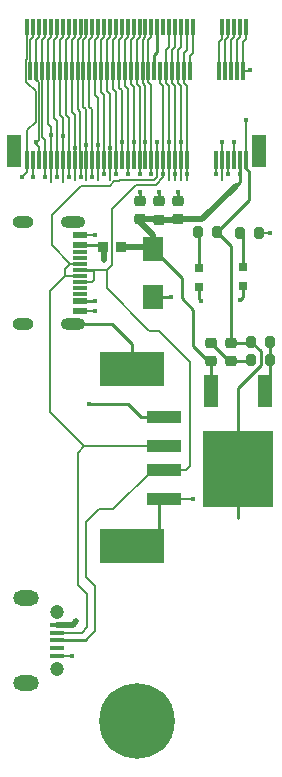
<source format=gbr>
%TF.GenerationSoftware,KiCad,Pcbnew,7.0.5*%
%TF.CreationDate,2023-08-28T16:59:48-05:00*%
%TF.ProjectId,Chimera_0002_thea,4368696d-6572-4615-9f30-3030325f7468,rev?*%
%TF.SameCoordinates,Original*%
%TF.FileFunction,Copper,L1,Top*%
%TF.FilePolarity,Positive*%
%FSLAX46Y46*%
G04 Gerber Fmt 4.6, Leading zero omitted, Abs format (unit mm)*
G04 Created by KiCad (PCBNEW 7.0.5) date 2023-08-28 16:59:48*
%MOMM*%
%LPD*%
G01*
G04 APERTURE LIST*
G04 Aperture macros list*
%AMRoundRect*
0 Rectangle with rounded corners*
0 $1 Rounding radius*
0 $2 $3 $4 $5 $6 $7 $8 $9 X,Y pos of 4 corners*
0 Add a 4 corners polygon primitive as box body*
4,1,4,$2,$3,$4,$5,$6,$7,$8,$9,$2,$3,0*
0 Add four circle primitives for the rounded corners*
1,1,$1+$1,$2,$3*
1,1,$1+$1,$4,$5*
1,1,$1+$1,$6,$7*
1,1,$1+$1,$8,$9*
0 Add four rect primitives between the rounded corners*
20,1,$1+$1,$2,$3,$4,$5,0*
20,1,$1+$1,$4,$5,$6,$7,0*
20,1,$1+$1,$6,$7,$8,$9,0*
20,1,$1+$1,$8,$9,$2,$3,0*%
G04 Aperture macros list end*
%TA.AperFunction,ComponentPad*%
%ADD10C,3.600000*%
%TD*%
%TA.AperFunction,ConnectorPad*%
%ADD11C,6.400000*%
%TD*%
%TA.AperFunction,SMDPad,CuDef*%
%ADD12R,1.800000X2.000000*%
%TD*%
%TA.AperFunction,SMDPad,CuDef*%
%ADD13RoundRect,0.225000X-0.250000X0.225000X-0.250000X-0.225000X0.250000X-0.225000X0.250000X0.225000X0*%
%TD*%
%TA.AperFunction,SMDPad,CuDef*%
%ADD14RoundRect,0.200000X0.200000X0.275000X-0.200000X0.275000X-0.200000X-0.275000X0.200000X-0.275000X0*%
%TD*%
%TA.AperFunction,SMDPad,CuDef*%
%ADD15R,0.350000X1.450000*%
%TD*%
%TA.AperFunction,SMDPad,CuDef*%
%ADD16R,0.300000X1.550013*%
%TD*%
%TA.AperFunction,SMDPad,CuDef*%
%ADD17R,0.300000X1.524003*%
%TD*%
%TA.AperFunction,SMDPad,CuDef*%
%ADD18R,1.300000X2.800000*%
%TD*%
%TA.AperFunction,SMDPad,CuDef*%
%ADD19RoundRect,0.225000X0.250000X-0.225000X0.250000X0.225000X-0.250000X0.225000X-0.250000X-0.225000X0*%
%TD*%
%TA.AperFunction,SMDPad,CuDef*%
%ADD20R,3.000000X1.000000*%
%TD*%
%TA.AperFunction,SMDPad,CuDef*%
%ADD21R,5.499873X3.000000*%
%TD*%
%TA.AperFunction,SMDPad,CuDef*%
%ADD22R,1.250013X0.400000*%
%TD*%
%TA.AperFunction,ComponentPad*%
%ADD23C,1.200000*%
%TD*%
%TA.AperFunction,ComponentPad*%
%ADD24O,2.200000X1.300000*%
%TD*%
%TA.AperFunction,SMDPad,CuDef*%
%ADD25R,6.000000X6.500025*%
%TD*%
%TA.AperFunction,SMDPad,CuDef*%
%ADD26R,0.806477X0.864008*%
%TD*%
%TA.AperFunction,SMDPad,CuDef*%
%ADD27R,0.800000X0.800000*%
%TD*%
%TA.AperFunction,ComponentPad*%
%ADD28O,2.100000X1.000000*%
%TD*%
%TA.AperFunction,ComponentPad*%
%ADD29O,1.800000X1.000000*%
%TD*%
%TA.AperFunction,SMDPad,CuDef*%
%ADD30R,1.240005X0.600000*%
%TD*%
%TA.AperFunction,SMDPad,CuDef*%
%ADD31R,1.240005X0.300000*%
%TD*%
%TA.AperFunction,ViaPad*%
%ADD32C,0.450000*%
%TD*%
%TA.AperFunction,ViaPad*%
%ADD33C,0.330000*%
%TD*%
%TA.AperFunction,ViaPad*%
%ADD34C,0.400000*%
%TD*%
%TA.AperFunction,Conductor*%
%ADD35C,0.127000*%
%TD*%
%TA.AperFunction,Conductor*%
%ADD36C,0.254000*%
%TD*%
%TA.AperFunction,Conductor*%
%ADD37C,0.200000*%
%TD*%
%TA.AperFunction,Conductor*%
%ADD38C,0.500000*%
%TD*%
G04 APERTURE END LIST*
D10*
%TO.P,H1,1*%
%TO.N,N/C*%
X112500000Y-149900000D03*
D11*
X112500000Y-149900000D03*
%TD*%
D12*
%TO.P,U3,1,K*%
%TO.N,GND*%
X113899975Y-114000102D03*
%TO.P,U3,2,A*%
%TO.N,+5V*%
X113899975Y-110000102D03*
%TD*%
D13*
%TO.P,C3,1*%
%TO.N,GND*%
X116000000Y-105900000D03*
%TO.P,C3,2*%
%TO.N,+5V*%
X116000000Y-107450000D03*
%TD*%
D14*
%TO.P,R3,1*%
%TO.N,Net-(Q1-ADJ)*%
X123825000Y-119400000D03*
%TO.P,R3,2*%
%TO.N,Net-(C4-Pad1)*%
X122175000Y-119400000D03*
%TD*%
D13*
%TO.P,C4,1*%
%TO.N,Net-(C4-Pad1)*%
X118800000Y-117925000D03*
%TO.P,C4,2*%
%TO.N,+5V*%
X118800000Y-119475000D03*
%TD*%
D15*
%TO.P,U2,1,1*%
%TO.N,GND*%
X103250000Y-91175000D03*
%TO.P,U2,3,1*%
%TO.N,Net-(CN1-1-Pad74)*%
X103750000Y-91175000D03*
%TO.P,U2,5,1*%
%TO.N,Net-(CN1-1-Pad71)*%
X104250000Y-91175000D03*
%TO.P,U2,7,1*%
%TO.N,Net-(CN1-1-Pad69)*%
X104750000Y-91175000D03*
%TO.P,U2,9,1*%
%TO.N,Net-(CN1-1-Pad67)*%
X105250000Y-91175000D03*
%TO.P,U2,11,1*%
%TO.N,Net-(CN1-1-Pad66)*%
X105750000Y-91175000D03*
%TO.P,U2,13,13*%
%TO.N,Net-(CN1-20-Pad63)*%
X106250000Y-91175000D03*
%TO.P,U2,15,15*%
%TO.N,Net-(CN1-20-Pad61)*%
X106750000Y-91175000D03*
%TO.P,U2,17,17*%
%TO.N,Net-(CN1-20-Pad59)*%
X107250000Y-91175000D03*
%TO.P,U2,19,19*%
%TO.N,Net-(CN1-20-Pad57)*%
X107750000Y-91175000D03*
%TO.P,U2,21,20*%
%TO.N,Net-(CN1-20-Pad55)*%
X108250000Y-91175000D03*
%TO.P,U2,23,20*%
%TO.N,Net-(CN1-20-Pad53)*%
X108750000Y-91175000D03*
%TO.P,U2,25,20*%
%TO.N,Net-(CN1-20-Pad51)*%
X109250000Y-91175000D03*
%TO.P,U2,27,20*%
%TO.N,Net-(CN1-20-Pad49)*%
X109750000Y-91175000D03*
%TO.P,U2,29,20*%
%TO.N,Net-(CN1-20-Pad47)*%
X110250000Y-91175000D03*
%TO.P,U2,31,20*%
%TO.N,Net-(CN1-20-Pad45)*%
X110750000Y-91175000D03*
%TO.P,U2,33,20*%
%TO.N,Net-(CN1-20-Pad43)*%
X111250000Y-91175000D03*
%TO.P,U2,35,20*%
%TO.N,Net-(CN1-20-Pad41)*%
X111750000Y-91175000D03*
%TO.P,U2,37,20*%
%TO.N,Net-(CN1-20-Pad39)*%
X112250000Y-91175000D03*
%TO.P,U2,39,20*%
%TO.N,Net-(CN1-20-Pad37)*%
X112750000Y-91175000D03*
%TO.P,U2,41,20*%
%TO.N,Net-(CN1-20-Pad35)*%
X113250000Y-91175000D03*
%TO.P,U2,43,20*%
%TO.N,Net-(CN1-20-Pad33)*%
X113750000Y-91175000D03*
%TO.P,U2,45,20*%
%TO.N,Net-(CN1-20-Pad32)*%
X114250000Y-91175000D03*
%TO.P,U2,47,20*%
%TO.N,Net-(CN1-20-Pad30)*%
X114750000Y-91175000D03*
%TO.P,U2,49,20*%
%TO.N,Net-(CN1-20-Pad27)*%
X115250000Y-91175000D03*
%TO.P,U2,51,20*%
%TO.N,Net-(CN1-20-Pad25)*%
X115750000Y-91175000D03*
%TO.P,U2,53,20*%
%TO.N,Net-(CN1-20-Pad23)*%
X116250000Y-91175000D03*
%TO.P,U2,55,20*%
%TO.N,Net-(CN1-20-Pad21)*%
X116750000Y-91175000D03*
%TO.P,U2,57,20*%
%TO.N,Net-(CN1-Pad20)*%
X117250000Y-91175000D03*
%TO.P,U2,67,1*%
%TO.N,Net-(CN1-1-Pad10)*%
X119750000Y-91175000D03*
%TO.P,U2,69,1*%
%TO.N,Net-(CN1-1-Pad8)*%
X120250000Y-91175000D03*
%TO.P,U2,71,1*%
%TO.N,Net-(CN1-1-Pad6)*%
X120750000Y-91175000D03*
%TO.P,U2,73,1*%
%TO.N,Net-(CN1-1-Pad4)*%
X121250000Y-91175000D03*
%TO.P,U2,75,1*%
%TO.N,GND*%
X121750000Y-91175000D03*
%TD*%
D14*
%TO.P,R4,1*%
%TO.N,Net-(Q1-ADJ)*%
X123825000Y-117800000D03*
%TO.P,R4,2*%
%TO.N,+3V3*%
X122175000Y-117800000D03*
%TD*%
D16*
%TO.P,CN1,1,1*%
%TO.N,+3V3*%
X121749872Y-102400000D03*
%TO.P,CN1,2,1*%
%TO.N,GND*%
X121499936Y-94850088D03*
%TO.P,CN1,3,1*%
%TO.N,+5V*%
X121250000Y-102400000D03*
%TO.P,CN1,4,1*%
%TO.N,Net-(CN1-1-Pad4)*%
X120999809Y-94850088D03*
%TO.P,CN1,5,1*%
%TO.N,Net-(CN1-1-Pad5)*%
X120749872Y-102400000D03*
%TO.P,CN1,6,1*%
%TO.N,Net-(CN1-1-Pad6)*%
X120499936Y-94850088D03*
%TO.P,CN1,7,1*%
%TO.N,Net-(CN1-1-Pad7)*%
X120250000Y-102400000D03*
%TO.P,CN1,8,1*%
%TO.N,Net-(CN1-1-Pad8)*%
X119999809Y-94850088D03*
%TO.P,CN1,9,1*%
%TO.N,Net-(CN1-1-Pad9)*%
X119749872Y-102400000D03*
%TO.P,CN1,10,1*%
%TO.N,Net-(CN1-1-Pad10)*%
X119499936Y-94850088D03*
%TO.P,CN1,11,1*%
%TO.N,Net-(CN1-1-Pad11)*%
X119250000Y-102400000D03*
%TO.P,CN1,20,20*%
%TO.N,Net-(CN1-Pad20)*%
X116999809Y-94850088D03*
%TO.P,CN1,21,20*%
%TO.N,Net-(CN1-20-Pad21)*%
X116749872Y-102400000D03*
%TO.P,CN1,22,20*%
X116499936Y-94850088D03*
%TO.P,CN1,23,20*%
%TO.N,Net-(CN1-20-Pad23)*%
X116250000Y-102400000D03*
%TO.P,CN1,24,20*%
X115999809Y-94850088D03*
%TO.P,CN1,25,20*%
%TO.N,Net-(CN1-20-Pad25)*%
X115749872Y-102400000D03*
%TO.P,CN1,26,20*%
X115499936Y-94850088D03*
%TO.P,CN1,27,20*%
%TO.N,Net-(CN1-20-Pad27)*%
X115250000Y-102400000D03*
%TO.P,CN1,28,20*%
X114999809Y-94850088D03*
%TO.P,CN1,29,20*%
%TO.N,USB+*%
X114749872Y-102400000D03*
%TO.P,CN1,30,20*%
%TO.N,Net-(CN1-20-Pad30)*%
X114499936Y-94850088D03*
%TO.P,CN1,31,20*%
%TO.N,USB-*%
X114250000Y-102400000D03*
%TO.P,CN1,32,20*%
%TO.N,Net-(CN1-20-Pad32)*%
X113999809Y-94850088D03*
%TO.P,CN1,33,20*%
%TO.N,Net-(CN1-20-Pad33)*%
X113749872Y-102400000D03*
%TO.P,CN1,34,20*%
X113499936Y-94850088D03*
%TO.P,CN1,35,20*%
%TO.N,Net-(CN1-20-Pad35)*%
X113250000Y-102400000D03*
%TO.P,CN1,36,20*%
X112999809Y-94850088D03*
%TO.P,CN1,37,20*%
%TO.N,Net-(CN1-20-Pad37)*%
X112749872Y-102400000D03*
%TO.P,CN1,38,20*%
X112499936Y-94850088D03*
%TO.P,CN1,39,20*%
%TO.N,Net-(CN1-20-Pad39)*%
X112250000Y-102400000D03*
%TO.P,CN1,40,20*%
X111999809Y-94850088D03*
%TO.P,CN1,41,20*%
%TO.N,Net-(CN1-20-Pad41)*%
X111749872Y-102400000D03*
%TO.P,CN1,42,20*%
X111499936Y-94850342D03*
%TO.P,CN1,43,20*%
%TO.N,Net-(CN1-20-Pad43)*%
X111250000Y-102400000D03*
%TO.P,CN1,44,20*%
X110999809Y-94850342D03*
%TO.P,CN1,45,20*%
%TO.N,Net-(CN1-20-Pad45)*%
X110749872Y-102400000D03*
%TO.P,CN1,46,20*%
X110499936Y-94850342D03*
%TO.P,CN1,47,20*%
%TO.N,Net-(CN1-20-Pad47)*%
X110250000Y-102400000D03*
%TO.P,CN1,48,20*%
X109999809Y-94850342D03*
%TO.P,CN1,49,20*%
%TO.N,Net-(CN1-20-Pad49)*%
X109749872Y-102400000D03*
%TO.P,CN1,50,20*%
X109499936Y-94850342D03*
%TO.P,CN1,51,20*%
%TO.N,Net-(CN1-20-Pad51)*%
X109250000Y-102400000D03*
%TO.P,CN1,52,20*%
X108999809Y-94850342D03*
%TO.P,CN1,53,20*%
%TO.N,Net-(CN1-20-Pad53)*%
X108749872Y-102400000D03*
%TO.P,CN1,54,20*%
X108499936Y-94850342D03*
%TO.P,CN1,55,20*%
%TO.N,Net-(CN1-20-Pad55)*%
X108250000Y-102400000D03*
%TO.P,CN1,56,20*%
X107999809Y-94850342D03*
%TO.P,CN1,57,20*%
%TO.N,Net-(CN1-20-Pad57)*%
X107749872Y-102400000D03*
%TO.P,CN1,58,20*%
X107499936Y-94850342D03*
D17*
%TO.P,CN1,59,20*%
%TO.N,Net-(CN1-20-Pad59)*%
X107250000Y-102400254D03*
%TO.P,CN1,60,20*%
X106999809Y-94850342D03*
%TO.P,CN1,61,20*%
%TO.N,Net-(CN1-20-Pad61)*%
X106749872Y-102400254D03*
%TO.P,CN1,62,20*%
X106499936Y-94850342D03*
%TO.P,CN1,63,20*%
%TO.N,Net-(CN1-20-Pad63)*%
X106250000Y-102400254D03*
%TO.P,CN1,64,20*%
X105999809Y-94850342D03*
%TO.P,CN1,65,20*%
%TO.N,Net-(CN1-1-Pad66)*%
X105749872Y-102400254D03*
%TO.P,CN1,66,1*%
X105499936Y-94850342D03*
D16*
%TO.P,CN1,67,1*%
%TO.N,Net-(CN1-1-Pad67)*%
X105250000Y-102400000D03*
%TO.P,CN1,68,1*%
X104999809Y-94850342D03*
%TO.P,CN1,69,1*%
%TO.N,Net-(CN1-1-Pad69)*%
X104749872Y-102400000D03*
%TO.P,CN1,70,1*%
X104499936Y-94850342D03*
%TO.P,CN1,71,1*%
%TO.N,Net-(CN1-1-Pad71)*%
X104250000Y-102400000D03*
%TO.P,CN1,72,1*%
X103999809Y-94850342D03*
%TO.P,CN1,73,1*%
%TO.N,Net-(CN1-1-Pad73)*%
X103749872Y-102400000D03*
%TO.P,CN1,74,1*%
%TO.N,Net-(CN1-1-Pad74)*%
X103499936Y-94850342D03*
%TO.P,CN1,75,1*%
%TO.N,GND*%
X103250000Y-102400000D03*
D18*
%TO.P,CN1,76*%
%TO.N,N/C*%
X102149923Y-101675082D03*
%TO.P,CN1,77*%
X122849949Y-101675082D03*
%TD*%
D14*
%TO.P,R1,1*%
%TO.N,+3V3*%
X119325000Y-108500000D03*
%TO.P,R1,2*%
%TO.N,Net-(LED2-+)*%
X117675000Y-108500000D03*
%TD*%
%TO.P,R2,1*%
%TO.N,+5V*%
X122900000Y-108650000D03*
%TO.P,R2,2*%
%TO.N,Net-(LED1-+)*%
X121250000Y-108650000D03*
%TD*%
D19*
%TO.P,C5,1*%
%TO.N,Net-(C4-Pad1)*%
X120500000Y-119475000D03*
%TO.P,C5,2*%
%TO.N,+3V3*%
X120500000Y-117925000D03*
%TD*%
D20*
%TO.P,USB2,1,GND*%
%TO.N,GND*%
X114844933Y-131150000D03*
%TO.P,USB2,2,D+*%
%TO.N,USB+*%
X114844933Y-128649873D03*
%TO.P,USB2,3,D-*%
%TO.N,USB-*%
X114844933Y-126649873D03*
%TO.P,USB2,4,VCC*%
%TO.N,VBUS*%
X114844933Y-124150000D03*
D21*
%TO.P,USB2,5,5*%
%TO.N,GND*%
X112145161Y-120149492D03*
%TO.P,USB2,6,6*%
X112145161Y-135150508D03*
%TD*%
D22*
%TO.P,USB1,1,V+*%
%TO.N,VBUS*%
X105749733Y-141800076D03*
%TO.P,USB1,2,D-*%
%TO.N,USB-*%
X105749733Y-142450064D03*
%TO.P,USB1,3,D+*%
%TO.N,USB+*%
X105749733Y-143100051D03*
%TO.P,USB1,4,ID*%
%TO.N,unconnected-(USB1-ID-Pad4)*%
X105749733Y-143750038D03*
%TO.P,USB1,5,V-*%
%TO.N,GND*%
X105749733Y-144400026D03*
D23*
%TO.P,USB1,SH0,MTN*%
X105749987Y-140675108D03*
D24*
%TO.P,USB1,SH1*%
X103100000Y-139500102D03*
%TO.P,USB1,SH2,2*%
X103100000Y-146700000D03*
D23*
%TO.P,USB1,SH3,SH3*%
X105749987Y-145524994D03*
%TD*%
D18*
%TO.P,Q1,1,ADJ*%
%TO.N,Net-(Q1-ADJ)*%
X123372797Y-122008026D03*
D25*
%TO.P,Q1,2,OUTPUT*%
%TO.N,+3V3*%
X121100000Y-128591974D03*
D18*
%TO.P,Q1,3,INPUT*%
%TO.N,+5V*%
X118827203Y-122008026D03*
%TD*%
D26*
%TO.P,F1,1,1*%
%TO.N,VBUS*%
X109646634Y-109800000D03*
%TO.P,F1,2,2*%
%TO.N,+5V*%
X111153366Y-109800000D03*
%TD*%
D13*
%TO.P,C2,1*%
%TO.N,GND*%
X114400000Y-105925000D03*
%TO.P,C2,2*%
%TO.N,+5V*%
X114400000Y-107475000D03*
%TD*%
%TO.P,C1,1*%
%TO.N,GND*%
X112800000Y-105900000D03*
%TO.P,C1,2*%
%TO.N,+5V*%
X112800000Y-107450000D03*
%TD*%
D27*
%TO.P,LED1,1,-*%
%TO.N,GND*%
X121503429Y-113098934D03*
%TO.P,LED1,2,+*%
%TO.N,Net-(LED1-+)*%
X121496571Y-111500000D03*
%TD*%
D28*
%TO.P,U1,1,SHELL*%
%TO.N,GND*%
X107098534Y-107679960D03*
%TO.P,U1,2,SHELL*%
X107098534Y-116320041D03*
D29*
%TO.P,U1,3,SHELL*%
X102918448Y-116320041D03*
%TO.P,U1,4,SHELL*%
X102918448Y-107679960D03*
D30*
%TO.P,U1,A1B12,GND*%
X107718549Y-108800102D03*
%TO.P,U1,A4B9,VBUS*%
%TO.N,VBUS*%
X107718549Y-109599950D03*
D31*
%TO.P,U1,A5,CC1*%
%TO.N,unconnected-(U1-CC1-PadA5)*%
X107718549Y-110750064D03*
%TO.P,U1,A6,DP1*%
%TO.N,USB+*%
X107718549Y-111750064D03*
%TO.P,U1,A7,DN1*%
%TO.N,USB-*%
X107718549Y-112249937D03*
%TO.P,U1,A8,SBU1*%
%TO.N,unconnected-(U1-SBU1-PadA8)*%
X107718549Y-113249937D03*
D30*
%TO.P,U1,B1A12,GND*%
%TO.N,GND*%
X107718549Y-115199899D03*
%TO.P,U1,B4A9,VBUS*%
%TO.N,VBUS*%
X107718549Y-114400051D03*
D31*
%TO.P,U1,B5,CC2*%
%TO.N,unconnected-(U1-CC2-PadB5)*%
X107718549Y-113750064D03*
%TO.P,U1,B6,DP2*%
%TO.N,USB+*%
X107718549Y-112750064D03*
%TO.P,U1,B7,DN2*%
%TO.N,USB-*%
X107718549Y-111249937D03*
%TO.P,U1,B8,SBU2*%
%TO.N,unconnected-(U1-SBU2-PadB8)*%
X107718549Y-110249937D03*
%TD*%
D27*
%TO.P,LED2,1,-*%
%TO.N,GND*%
X117803429Y-113198934D03*
%TO.P,LED2,2,+*%
%TO.N,Net-(LED2-+)*%
X117796571Y-111600000D03*
%TD*%
D32*
%TO.N,Net-(CN1-1-Pad11)*%
X119250000Y-103650000D03*
%TO.N,Net-(CN1-20-Pad21)*%
X116750000Y-103650000D03*
%TO.N,Net-(CN1-20-Pad23)*%
X116250000Y-100900000D03*
%TO.N,Net-(CN1-20-Pad25)*%
X115750000Y-103650000D03*
%TO.N,Net-(CN1-20-Pad27)*%
X115250000Y-100900000D03*
%TO.N,Net-(CN1-1-Pad66)*%
X105750000Y-103900000D03*
%TO.N,Net-(CN1-20-Pad33)*%
X113750000Y-103650000D03*
%TO.N,Net-(CN1-20-Pad35)*%
X113250000Y-100900000D03*
%TO.N,Net-(CN1-20-Pad37)*%
X112750000Y-103650000D03*
%TO.N,Net-(CN1-1-Pad5)*%
X120749872Y-100900000D03*
%TO.N,Net-(CN1-20-Pad39)*%
X112250000Y-100900000D03*
%TO.N,Net-(CN1-1-Pad69)*%
X104750000Y-103900000D03*
%TO.N,Net-(CN1-1-Pad71)*%
X104000000Y-100900000D03*
%TO.N,Net-(CN1-1-Pad73)*%
X103750000Y-103900000D03*
%TO.N,Net-(CN1-20-Pad41)*%
X111750000Y-103650000D03*
D33*
%TO.N,+3V3*%
X120500000Y-116600000D03*
X121100000Y-132700000D03*
D34*
X121749872Y-99000000D03*
D32*
%TO.N,Net-(CN1-20-Pad43)*%
X111250000Y-100900000D03*
%TO.N,Net-(CN1-20-Pad45)*%
X110750000Y-103650000D03*
%TO.N,Net-(CN1-20-Pad47)*%
X110250000Y-101400000D03*
%TO.N,Net-(CN1-20-Pad49)*%
X109750000Y-103650000D03*
%TO.N,Net-(CN1-20-Pad51)*%
X109250000Y-101150000D03*
%TO.N,Net-(CN1-20-Pad53)*%
X108750000Y-103900000D03*
%TO.N,Net-(CN1-20-Pad55)*%
X108250000Y-101150000D03*
%TO.N,Net-(CN1-20-Pad57)*%
X107750000Y-103900000D03*
%TO.N,Net-(CN1-20-Pad59)*%
X107250000Y-101400000D03*
%TO.N,Net-(CN1-20-Pad61)*%
X106750000Y-103900000D03*
%TO.N,Net-(CN1-1-Pad67)*%
X105250000Y-100339395D03*
%TO.N,Net-(CN1-1-Pad7)*%
X120250000Y-103650000D03*
%TO.N,Net-(CN1-20-Pad63)*%
X106250000Y-100400000D03*
%TO.N,Net-(CN1-1-Pad9)*%
X119749872Y-100900000D03*
%TO.N,GND*%
X117925000Y-114350000D03*
X102800000Y-103900000D03*
X122100000Y-94800000D03*
X121250000Y-114250000D03*
X107000000Y-144400000D03*
X114400000Y-105100000D03*
X117300000Y-131100000D03*
X116000000Y-105100000D03*
X109000000Y-108750000D03*
X112800000Y-105100000D03*
X115400000Y-114000000D03*
X109000000Y-115250000D03*
%TO.N,USB+*%
X114750000Y-103650000D03*
%TO.N,USB-*%
X114250000Y-100900000D03*
%TO.N,+5V*%
X121250000Y-103650000D03*
X123750000Y-108650000D03*
%TO.N,VBUS*%
X109000000Y-114400000D03*
X108500000Y-123100000D03*
X109700000Y-110900000D03*
X107400000Y-141500000D03*
%TD*%
D35*
%TO.N,Net-(CN1-1-Pad11)*%
X119250000Y-103650000D02*
X119250000Y-102400000D01*
%TO.N,Net-(CN1-20-Pad21)*%
X116750000Y-103650000D02*
X116750000Y-102400128D01*
X116750000Y-96150000D02*
X116749872Y-96150128D01*
X116750000Y-102400128D02*
X116749872Y-102400000D01*
X116749872Y-96150128D02*
X116749872Y-102400000D01*
X116499936Y-94850088D02*
X116499936Y-95899936D01*
X116499936Y-95899936D02*
X116750000Y-96150000D01*
X116750000Y-103650000D02*
X116750000Y-104150000D01*
X116750000Y-93150000D02*
X116499936Y-93400064D01*
X116499936Y-93400064D02*
X116499936Y-94850088D01*
X116750000Y-91175000D02*
X116750000Y-93150000D01*
%TO.N,Net-(CN1-20-Pad23)*%
X115999809Y-93150191D02*
X115999809Y-94850088D01*
X116250000Y-96150000D02*
X116250000Y-100900000D01*
X116250000Y-92900000D02*
X115999809Y-93150191D01*
X115999809Y-95899809D02*
X116250000Y-96150000D01*
X116250000Y-91175000D02*
X116250000Y-92900000D01*
X115999809Y-94850088D02*
X115999809Y-95899809D01*
X116250000Y-100900000D02*
X116250000Y-102400000D01*
X116250000Y-102400000D02*
X116250000Y-104150000D01*
%TO.N,Net-(CN1-1-Pad10)*%
X119750000Y-92150000D02*
X119499936Y-92400064D01*
X119750000Y-92150000D02*
X119750000Y-91175000D01*
X119499936Y-92400064D02*
X119499936Y-94850088D01*
%TO.N,Net-(CN1-20-Pad25)*%
X115750000Y-92900000D02*
X115499936Y-93150064D01*
X115749872Y-96124872D02*
X115749872Y-102400000D01*
X115750000Y-103650000D02*
X115750000Y-102400128D01*
X115499936Y-95874936D02*
X115749872Y-96124872D01*
X115750000Y-103650000D02*
X115750000Y-104150000D01*
X115499936Y-93150064D02*
X115499936Y-94850088D01*
X115499936Y-94850088D02*
X115499936Y-95874936D01*
X115750000Y-102400128D02*
X115749872Y-102400000D01*
X115750000Y-91175000D02*
X115750000Y-92900000D01*
%TO.N,Net-(CN1-20-Pad27)*%
X115250000Y-91175000D02*
X115250000Y-92900000D01*
X115250000Y-92900000D02*
X114999809Y-93150191D01*
X115250000Y-96150000D02*
X114999809Y-95899809D01*
X114999809Y-93150191D02*
X114999809Y-94850088D01*
X115250000Y-102400000D02*
X115250000Y-104150000D01*
X114999809Y-95899809D02*
X114999809Y-94850088D01*
X115250000Y-100900000D02*
X115250000Y-96150000D01*
X115250000Y-102400000D02*
X115250000Y-100900000D01*
%TO.N,Net-(CN1-1-Pad66)*%
X105750000Y-103900000D02*
X105749872Y-103899872D01*
X105749872Y-102400254D02*
X105749872Y-99149872D01*
X105499936Y-92277064D02*
X105499936Y-94850342D01*
X105749872Y-103899872D02*
X105749872Y-102400254D01*
X105499936Y-96154127D02*
X105499936Y-94850342D01*
X105749872Y-99149872D02*
X105500000Y-98900000D01*
X105500000Y-98900000D02*
X105500000Y-96154191D01*
X105500000Y-96154191D02*
X105499936Y-96154127D01*
X105750000Y-91175000D02*
X105750000Y-92027000D01*
X105750000Y-92027000D02*
X105499936Y-92277064D01*
%TO.N,Net-(CN1-20-Pad33)*%
X113750000Y-91175000D02*
X113750000Y-92027000D01*
X113750000Y-102400128D02*
X113749872Y-102400000D01*
X113749872Y-96100192D02*
X113749872Y-102400000D01*
X113750000Y-96100064D02*
X113749872Y-96100192D01*
X113750000Y-92027000D02*
X113499936Y-92277064D01*
X113499936Y-94850088D02*
X113499936Y-95850000D01*
X113750000Y-103650000D02*
X113750000Y-102400128D01*
X113499936Y-92277064D02*
X113499936Y-94850088D01*
X113499936Y-95850000D02*
X113750000Y-96100064D01*
%TO.N,Net-(CN1-20-Pad35)*%
X113250000Y-100900000D02*
X113250000Y-96175191D01*
X112999809Y-92277191D02*
X112999809Y-94850088D01*
X113250000Y-96175191D02*
X112999809Y-95925000D01*
X112999809Y-95925000D02*
X112999809Y-94850088D01*
X113250000Y-91175000D02*
X113250000Y-92027000D01*
X113250000Y-100900000D02*
X113250000Y-102400000D01*
X113250000Y-92027000D02*
X112999809Y-92277191D01*
%TO.N,Net-(CN1-20-Pad37)*%
X112750000Y-92027000D02*
X112499936Y-92277064D01*
X112749872Y-102400000D02*
X112749872Y-96249872D01*
X112499936Y-95999936D02*
X112499936Y-94850088D01*
X112750000Y-102400128D02*
X112749872Y-102400000D01*
X112749872Y-96249872D02*
X112499936Y-95999936D01*
X112750000Y-91175000D02*
X112750000Y-92027000D01*
X112750000Y-103650000D02*
X112750000Y-102400128D01*
X112499936Y-92277064D02*
X112499936Y-94850088D01*
%TO.N,Net-(CN1-1-Pad5)*%
X120749872Y-100900000D02*
X120749872Y-102400000D01*
%TO.N,Net-(CN1-20-Pad39)*%
X111999809Y-92277191D02*
X111999809Y-94850088D01*
X112250000Y-92027000D02*
X111999809Y-92277191D01*
X112250000Y-91175000D02*
X112250000Y-92027000D01*
X112250000Y-96259592D02*
X111999809Y-96009401D01*
X112250000Y-100900000D02*
X112250000Y-102400000D01*
X112250000Y-100900000D02*
X112250000Y-96259592D01*
X111999809Y-94850088D02*
X111999809Y-96009401D01*
%TO.N,Net-(CN1-1-Pad69)*%
X104499936Y-100448997D02*
X104749872Y-100698933D01*
X104499936Y-92277064D02*
X104499936Y-94850342D01*
X104499936Y-94850342D02*
X104499936Y-100448997D01*
X104750000Y-103900000D02*
X104749872Y-103899872D01*
X104750000Y-92027000D02*
X104499936Y-92277064D01*
X104749872Y-103899872D02*
X104749872Y-102400000D01*
X104750000Y-91175000D02*
X104750000Y-92027000D01*
X104749872Y-100698933D02*
X104749872Y-102400000D01*
%TO.N,Net-(CN1-1-Pad71)*%
X104200000Y-100700000D02*
X104200000Y-95856412D01*
X104000000Y-100900000D02*
X104000000Y-101107332D01*
X103999809Y-95656221D02*
X103999809Y-94850342D01*
X104250000Y-92027000D02*
X103999809Y-92277191D01*
X104250000Y-91175000D02*
X104250000Y-92027000D01*
X103999809Y-92277191D02*
X103999809Y-94850342D01*
X104250000Y-101357332D02*
X104250000Y-102400000D01*
X104000000Y-101107332D02*
X104250000Y-101357332D01*
X104200000Y-95856412D02*
X103999809Y-95656221D01*
X104000000Y-100900000D02*
X104200000Y-100700000D01*
%TO.N,Net-(CN1-1-Pad73)*%
X103750000Y-103900000D02*
X103749872Y-103899872D01*
X103749872Y-103899872D02*
X103749872Y-102400000D01*
%TO.N,Net-(CN1-20-Pad41)*%
X111750000Y-91175000D02*
X111750000Y-92027000D01*
X111750000Y-92027000D02*
X111499936Y-92277064D01*
X111749872Y-102400000D02*
X111749872Y-96400000D01*
X111499936Y-92277064D02*
X111499936Y-94850342D01*
X111499936Y-94850342D02*
X111499936Y-96150064D01*
X111749872Y-96400000D02*
X111499936Y-96150064D01*
X111750000Y-102400128D02*
X111749872Y-102400000D01*
X111750000Y-103650000D02*
X111750000Y-102400128D01*
D36*
%TO.N,+3V3*%
X122000000Y-103400000D02*
X122000000Y-105825000D01*
X120500000Y-109675000D02*
X119325000Y-108500000D01*
X121749872Y-102400000D02*
X121749872Y-103149872D01*
X121100000Y-121700000D02*
X123000000Y-119800000D01*
X122050000Y-117925000D02*
X122175000Y-117800000D01*
X121100000Y-128591974D02*
X121100000Y-121700000D01*
X121749872Y-103149872D02*
X122000000Y-103400000D01*
X123000000Y-118625000D02*
X122175000Y-117800000D01*
X123000000Y-119800000D02*
X123000000Y-118625000D01*
X120500000Y-117925000D02*
X120500000Y-116600000D01*
X122000000Y-105825000D02*
X119325000Y-108500000D01*
X120500000Y-117925000D02*
X122050000Y-117925000D01*
D35*
X121749872Y-99000000D02*
X121749872Y-102400000D01*
D36*
X120500000Y-116600000D02*
X120500000Y-109675000D01*
X121100000Y-128591974D02*
X121100000Y-132700000D01*
D35*
%TO.N,Net-(CN1-20-Pad43)*%
X111250000Y-92027000D02*
X110999809Y-92277191D01*
X110999809Y-92277191D02*
X110999809Y-94850342D01*
X111250000Y-100900000D02*
X111250000Y-96541172D01*
X111250000Y-96541172D02*
X110999809Y-96290981D01*
X111250000Y-91175000D02*
X111250000Y-92027000D01*
X111250000Y-100900000D02*
X111250000Y-102400000D01*
X110999809Y-94850342D02*
X110999809Y-96290981D01*
%TO.N,Net-(CN1-20-Pad45)*%
X110749872Y-96681580D02*
X110499936Y-96431644D01*
X110749872Y-102400000D02*
X110749872Y-103649872D01*
X110749872Y-102400000D02*
X110749872Y-96681580D01*
X110749872Y-103649872D02*
X110750000Y-103650000D01*
X110499936Y-94850342D02*
X110499936Y-96431644D01*
X110499936Y-92277064D02*
X110499936Y-94850342D01*
X110750000Y-91175000D02*
X110750000Y-92027000D01*
X110750000Y-92027000D02*
X110499936Y-92277064D01*
%TO.N,Net-(CN1-20-Pad47)*%
X110250000Y-91175000D02*
X110250000Y-92027000D01*
X110250000Y-92027000D02*
X109999809Y-92277191D01*
X109999809Y-92277191D02*
X109999809Y-94850342D01*
X110250000Y-96822752D02*
X109999809Y-96572561D01*
X110250000Y-102400000D02*
X110250000Y-101400000D01*
X110250000Y-104150000D02*
X110250000Y-102400000D01*
X110250000Y-101400000D02*
X110250000Y-96822752D01*
X109999809Y-94850342D02*
X109999809Y-96572561D01*
%TO.N,Net-(CN1-20-Pad49)*%
X109745809Y-96895937D02*
X109499936Y-96650064D01*
X109750000Y-103650000D02*
X109750000Y-102400128D01*
X109750000Y-102400128D02*
X109749872Y-102400000D01*
X109750000Y-91175000D02*
X109750000Y-92027000D01*
X109749872Y-102400000D02*
X109745809Y-102395937D01*
X109750000Y-92027000D02*
X109499936Y-92277064D01*
X109499936Y-92277064D02*
X109499936Y-94850342D01*
X109745809Y-102395937D02*
X109745809Y-96895937D01*
X109499936Y-94850342D02*
X109499936Y-96650064D01*
%TO.N,Net-(CN1-20-Pad51)*%
X109000000Y-96900000D02*
X109000000Y-96150000D01*
X109250000Y-101150000D02*
X109250000Y-97150000D01*
X109250000Y-92027000D02*
X108999809Y-92277191D01*
X108999809Y-96149809D02*
X109000000Y-96150000D01*
X108999809Y-92277191D02*
X108999809Y-94850342D01*
X109250000Y-102400000D02*
X109250000Y-104150000D01*
X109250000Y-97150000D02*
X109000000Y-96900000D01*
X109250000Y-91175000D02*
X109250000Y-92027000D01*
X109250000Y-101150000D02*
X109250000Y-102400000D01*
X108999809Y-94850342D02*
X108999809Y-96149809D01*
%TO.N,Net-(CN1-20-Pad53)*%
X108499936Y-92277064D02*
X108499936Y-94850342D01*
X108499936Y-97900064D02*
X108499936Y-94850342D01*
X108750000Y-92027000D02*
X108499936Y-92277064D01*
X108750000Y-103900000D02*
X108749872Y-103899872D01*
X108749872Y-103899872D02*
X108749872Y-102400000D01*
X108749872Y-102400000D02*
X108749872Y-98150000D01*
X108750000Y-91175000D02*
X108750000Y-92027000D01*
X108749872Y-98150000D02*
X108499936Y-97900064D01*
%TO.N,Net-(CN1-20-Pad55)*%
X107999809Y-92277191D02*
X107999809Y-94850342D01*
X108250000Y-101150000D02*
X108250000Y-98150000D01*
X108250000Y-102400000D02*
X108250000Y-104150000D01*
X108250000Y-91175000D02*
X108250000Y-92027000D01*
X108250000Y-101150000D02*
X108250000Y-102400000D01*
X108250000Y-98150000D02*
X107999809Y-97899809D01*
X108250000Y-92027000D02*
X107999809Y-92277191D01*
X107999809Y-97899809D02*
X107999809Y-94850342D01*
%TO.N,Net-(CN1-20-Pad57)*%
X107499936Y-92277064D02*
X107499936Y-94850342D01*
X107745809Y-98395809D02*
X107500000Y-98150000D01*
X107750000Y-92027000D02*
X107499936Y-92277064D01*
X107745809Y-102395937D02*
X107745809Y-98395809D01*
X107500000Y-96900128D02*
X107499936Y-96900064D01*
X107750000Y-91175000D02*
X107750000Y-92027000D01*
X107749872Y-102400000D02*
X107745809Y-102395937D01*
X107749872Y-103899872D02*
X107749872Y-102400000D01*
X107500000Y-98150000D02*
X107500000Y-96900128D01*
X107750000Y-103900000D02*
X107749872Y-103899872D01*
X107499936Y-96900064D02*
X107499936Y-94850342D01*
%TO.N,Net-(CN1-20-Pad59)*%
X107250000Y-102400254D02*
X107250000Y-104150000D01*
X107250000Y-101400000D02*
X107250000Y-102400254D01*
X107000000Y-98400000D02*
X107000000Y-96650191D01*
X107250000Y-101400000D02*
X107250000Y-98650000D01*
X107250000Y-91175000D02*
X107250000Y-92027000D01*
X106999809Y-96650000D02*
X106999809Y-94850342D01*
X107250000Y-98650000D02*
X107000000Y-98400000D01*
X106999809Y-92277191D02*
X106999809Y-94850342D01*
X107250000Y-92027000D02*
X106999809Y-92277191D01*
X107000000Y-96650191D02*
X106999809Y-96650000D01*
%TO.N,Net-(CN1-20-Pad61)*%
X106500000Y-96150064D02*
X106499936Y-96150000D01*
X106499936Y-92277064D02*
X106499936Y-94850342D01*
X106749872Y-102400254D02*
X106749872Y-98899872D01*
X106500000Y-98650000D02*
X106500000Y-96150064D01*
X106749872Y-98899872D02*
X106500000Y-98650000D01*
X106749872Y-103899872D02*
X106749872Y-102400254D01*
X106750000Y-103900000D02*
X106749872Y-103899872D01*
X106750000Y-92027000D02*
X106499936Y-92277064D01*
X106750000Y-91175000D02*
X106750000Y-92027000D01*
X106499936Y-96150000D02*
X106499936Y-94850342D01*
%TO.N,Net-(CN1-1-Pad67)*%
X105250000Y-91175000D02*
X105250000Y-92027000D01*
X105250000Y-92027000D02*
X104999809Y-92277191D01*
X105250000Y-100339395D02*
X105250000Y-99650000D01*
X105000000Y-99400000D02*
X105000000Y-97506839D01*
X105250000Y-102400000D02*
X105250000Y-104250000D01*
X105250000Y-100339395D02*
X105250000Y-102400000D01*
X104999809Y-97506648D02*
X104999809Y-94850342D01*
X105000000Y-97506839D02*
X104999809Y-97506648D01*
X105250000Y-99650000D02*
X105000000Y-99400000D01*
X104999809Y-92277191D02*
X104999809Y-94850342D01*
%TO.N,Net-(CN1-1-Pad4)*%
X121250000Y-92027000D02*
X120999809Y-92277191D01*
X121250000Y-91175000D02*
X121250000Y-92027000D01*
X120999809Y-92277191D02*
X120999809Y-94850088D01*
%TO.N,Net-(CN1-1-Pad6)*%
X120750000Y-91175000D02*
X120750000Y-92027000D01*
X120499936Y-92277064D02*
X120499936Y-94850088D01*
X120750000Y-92027000D02*
X120499936Y-92277064D01*
%TO.N,Net-(CN1-1-Pad7)*%
X120250000Y-102400000D02*
X120250000Y-103650000D01*
%TO.N,Net-(CN1-1-Pad8)*%
X119999809Y-92277191D02*
X119999809Y-94850088D01*
X120250000Y-91175000D02*
X120250000Y-92027000D01*
X120250000Y-92027000D02*
X119999809Y-92277191D01*
%TO.N,Net-(CN1-Pad20)*%
X117250000Y-93400000D02*
X116999809Y-93650191D01*
X117250000Y-91175000D02*
X117250000Y-93400000D01*
X116999809Y-93650191D02*
X116999809Y-94850088D01*
%TO.N,Net-(CN1-20-Pad63)*%
X106250000Y-102400254D02*
X106250000Y-104250000D01*
X106250000Y-98900000D02*
X105999809Y-98649809D01*
X106250000Y-92027000D02*
X105999809Y-92277191D01*
X106250000Y-100400000D02*
X106250000Y-102400254D01*
X106250000Y-91175000D02*
X106250000Y-92027000D01*
X106250000Y-100400000D02*
X106250000Y-98900000D01*
X105999809Y-98649809D02*
X105999809Y-94850342D01*
X105999809Y-92277191D02*
X105999809Y-94850342D01*
%TO.N,Net-(CN1-1-Pad74)*%
X103499936Y-92277064D02*
X103499936Y-94850342D01*
X103750000Y-92027000D02*
X103499936Y-92277064D01*
X103750000Y-91175000D02*
X103750000Y-92027000D01*
%TO.N,Net-(CN1-1-Pad9)*%
X119749872Y-102400000D02*
X119749872Y-103740307D01*
X119750000Y-103740435D02*
X119750000Y-104150000D01*
X119749872Y-103740307D02*
X119750000Y-103740435D01*
X119749872Y-100900000D02*
X119749872Y-102400000D01*
%TO.N,GND*%
X103250000Y-91175000D02*
X103245936Y-91179064D01*
D36*
X112145161Y-135150508D02*
X113249492Y-135150508D01*
D35*
X121750000Y-91175000D02*
X121750000Y-92150000D01*
X106999974Y-144400026D02*
X107000000Y-144400000D01*
X117250000Y-131150000D02*
X117300000Y-131100000D01*
X122049912Y-94850088D02*
X122100000Y-94800000D01*
X114844933Y-131150000D02*
X117250000Y-131150000D01*
X107718549Y-115199899D02*
X108949899Y-115199899D01*
D36*
X112800000Y-105900000D02*
X112800000Y-105100000D01*
X112145161Y-118045161D02*
X110420041Y-116320041D01*
X121503429Y-113996571D02*
X121250000Y-114250000D01*
D35*
X108949899Y-115199899D02*
X109000000Y-115250000D01*
X108949898Y-108800102D02*
X109000000Y-108750000D01*
D36*
X112145161Y-120149492D02*
X112145161Y-118045161D01*
D35*
X103946000Y-96602412D02*
X103946000Y-99204000D01*
X105749733Y-144400026D02*
X106999974Y-144400026D01*
X117931858Y-114343142D02*
X117925000Y-114350000D01*
D36*
X117803429Y-114228429D02*
X117925000Y-114350000D01*
D35*
X121750000Y-92150000D02*
X121499936Y-92400064D01*
X103250000Y-99900000D02*
X103250000Y-102400000D01*
D36*
X114400000Y-131594933D02*
X114844933Y-131150000D01*
D35*
X121499936Y-92400064D02*
X121499936Y-94850088D01*
X121256858Y-114243142D02*
X121250000Y-114250000D01*
D36*
X110420041Y-116320041D02*
X107098534Y-116320041D01*
X117803429Y-113198934D02*
X117803429Y-114228429D01*
X114400000Y-134000000D02*
X114400000Y-131594933D01*
D35*
X103159436Y-93971336D02*
X103159436Y-95815848D01*
X103250000Y-103450000D02*
X102800000Y-103900000D01*
D36*
X121503429Y-113098934D02*
X121503429Y-113996571D01*
D35*
X103159436Y-95815848D02*
X103946000Y-96602412D01*
X103250000Y-102400000D02*
X103250000Y-103450000D01*
X103946000Y-99204000D02*
X103250000Y-99900000D01*
X103245936Y-93884836D02*
X103159436Y-93971336D01*
X103245936Y-91179064D02*
X103245936Y-93884836D01*
X107718549Y-108800102D02*
X108949898Y-108800102D01*
D36*
X113899975Y-114000102D02*
X115399898Y-114000102D01*
X114400000Y-105925000D02*
X114400000Y-105100000D01*
X113249492Y-135150508D02*
X114400000Y-134000000D01*
D35*
X121499936Y-94850088D02*
X122049912Y-94850088D01*
D36*
X116000000Y-105900000D02*
X116000000Y-105100000D01*
X115399898Y-114000102D02*
X115400000Y-114000000D01*
%TO.N,Net-(LED1-+)*%
X121496571Y-111500000D02*
X121496571Y-108896571D01*
X121496571Y-108896571D02*
X121250000Y-108650000D01*
D35*
%TO.N,USB+*%
X114750000Y-103650000D02*
X114750000Y-102400128D01*
D37*
X114844933Y-128649873D02*
X116650127Y-128649873D01*
D35*
X109950000Y-111750000D02*
X109940790Y-111759210D01*
D37*
X107718549Y-112750064D02*
X108749936Y-112750064D01*
X108900000Y-112600000D02*
X108900000Y-111759210D01*
X109300000Y-132000000D02*
X110500000Y-132000000D01*
D36*
X105749733Y-143100051D02*
X108199949Y-143100051D01*
D37*
X113600000Y-116900000D02*
X113500000Y-116800000D01*
D35*
X114750000Y-103650000D02*
X114750000Y-103869731D01*
D37*
X114400000Y-116900000D02*
X113600000Y-116900000D01*
X117000000Y-119500000D02*
X114400000Y-116900000D01*
X113850127Y-128649873D02*
X114844933Y-128649873D01*
D35*
X109940790Y-111759210D02*
X108900000Y-111759210D01*
X110400000Y-111300000D02*
X109950000Y-111750000D01*
D37*
X116650127Y-128649873D02*
X117000000Y-128300000D01*
X108199949Y-143100051D02*
X109000000Y-142300000D01*
D35*
X114745809Y-96145809D02*
X114499936Y-95899936D01*
X114499936Y-95899936D02*
X114499936Y-94850088D01*
D37*
X113492614Y-116800000D02*
X109950000Y-113257386D01*
D35*
X114750000Y-103869731D02*
X114098226Y-104521505D01*
D37*
X109000000Y-142300000D02*
X109000000Y-138500000D01*
D35*
X114750000Y-102400128D02*
X114749872Y-102400000D01*
D37*
X109000000Y-138500000D02*
X108200000Y-137700000D01*
D35*
X114745809Y-102395937D02*
X114745809Y-96145809D01*
X114098226Y-104521505D02*
X112478495Y-104521505D01*
D37*
X108200000Y-137700000D02*
X108200000Y-133100000D01*
X108200000Y-133100000D02*
X109300000Y-132000000D01*
X108749936Y-112750064D02*
X108900000Y-112600000D01*
D36*
X108890854Y-111750064D02*
X108900000Y-111759210D01*
D37*
X117000000Y-128300000D02*
X117000000Y-119500000D01*
D36*
X107718549Y-111750064D02*
X108890854Y-111750064D01*
D35*
X112478495Y-104521505D02*
X110400000Y-106600000D01*
X110400000Y-106600000D02*
X110400000Y-111300000D01*
D37*
X113500000Y-116800000D02*
X113492614Y-116800000D01*
X109950000Y-113257386D02*
X109950000Y-111750000D01*
X108900000Y-111759210D02*
X108909146Y-111750064D01*
D35*
X114749872Y-102400000D02*
X114745809Y-102395937D01*
D37*
X110500000Y-132000000D02*
X113850127Y-128649873D01*
%TO.N,USB-*%
X106898547Y-111249937D02*
X107718549Y-111249937D01*
X105300000Y-108500000D02*
X105300000Y-107100000D01*
X106449937Y-111698547D02*
X106898547Y-111249937D01*
X107718549Y-112249937D02*
X106449937Y-112249937D01*
X111000000Y-104200000D02*
X111046000Y-104154000D01*
X107500000Y-138400000D02*
X107500000Y-127199746D01*
X106898547Y-111249937D02*
X105300000Y-109651390D01*
X105200000Y-113499874D02*
X105200000Y-123800000D01*
X108049873Y-126649873D02*
X114844933Y-126649873D01*
D35*
X114250000Y-100900000D02*
X114250000Y-102400000D01*
D37*
X110610829Y-104200000D02*
X111000000Y-104200000D01*
X108900000Y-104600000D02*
X110210829Y-104600000D01*
X105749733Y-142450064D02*
X107849936Y-142450064D01*
X107500000Y-127199746D02*
X108049873Y-126649873D01*
D35*
X113946000Y-104154000D02*
X111046000Y-104154000D01*
D37*
X108300000Y-142000000D02*
X108300000Y-139200000D01*
X107849936Y-142450064D02*
X108300000Y-142000000D01*
X110210829Y-104600000D02*
X110610829Y-104200000D01*
X108300000Y-139200000D02*
X107500000Y-138400000D01*
X107800000Y-104600000D02*
X108900000Y-104600000D01*
X106449937Y-112249937D02*
X105200000Y-113499874D01*
X106600000Y-105800000D02*
X107800000Y-104600000D01*
X105300000Y-109651390D02*
X105300000Y-108500000D01*
X105200000Y-123800000D02*
X108049873Y-126649873D01*
X106449937Y-112249937D02*
X106449937Y-111698547D01*
X105300000Y-107100000D02*
X106600000Y-105800000D01*
D35*
X114250000Y-103850000D02*
X113946000Y-104154000D01*
X114250000Y-102400000D02*
X114250000Y-103850000D01*
D36*
%TO.N,+5V*%
X117300000Y-118200000D02*
X117300000Y-115149052D01*
X117300000Y-115149052D02*
X116300000Y-114149052D01*
X118827203Y-119502203D02*
X118800000Y-119475000D01*
D38*
X113899975Y-110000102D02*
X113899975Y-108799975D01*
D36*
X121250000Y-102400000D02*
X121250000Y-103650000D01*
X116300000Y-114149052D02*
X116300000Y-112400127D01*
D38*
X112800000Y-107700000D02*
X112800000Y-107450000D01*
D36*
X118827203Y-122008026D02*
X118827203Y-119502203D01*
D38*
X111153366Y-109800000D02*
X113699873Y-109800000D01*
X114375000Y-107450000D02*
X114400000Y-107475000D01*
X115975000Y-107475000D02*
X116000000Y-107450000D01*
D36*
X118575000Y-119475000D02*
X117300000Y-118200000D01*
X121250000Y-104250000D02*
X121250000Y-103650000D01*
D38*
X118072833Y-107450000D02*
X120900000Y-104622833D01*
X116000000Y-107450000D02*
X118072833Y-107450000D01*
X113899975Y-108799975D02*
X112800000Y-107700000D01*
X112800000Y-107450000D02*
X114375000Y-107450000D01*
X113699873Y-109800000D02*
X113899975Y-110000102D01*
D36*
X120900000Y-104600000D02*
X121250000Y-104250000D01*
D38*
X114400000Y-107475000D02*
X115975000Y-107475000D01*
D35*
X122900000Y-108650000D02*
X123750000Y-108650000D01*
D36*
X116300000Y-112400127D02*
X113899975Y-110000102D01*
X118800000Y-119475000D02*
X118575000Y-119475000D01*
D38*
X120900000Y-104622833D02*
X120900000Y-104600000D01*
D36*
%TO.N,Net-(LED2-+)*%
X117796571Y-108621571D02*
X117675000Y-108500000D01*
D35*
X117675000Y-108500000D02*
X117925000Y-108750000D01*
D36*
X117796571Y-111600000D02*
X117796571Y-108621571D01*
%TO.N,Net-(CN1-20-Pad32)*%
X114250000Y-91175000D02*
X114250000Y-93250000D01*
X113999809Y-93500191D02*
X113999809Y-94532588D01*
X114250000Y-93250000D02*
X113999809Y-93500191D01*
D38*
%TO.N,VBUS*%
X109700000Y-109853366D02*
X109646634Y-109800000D01*
X107099924Y-141800076D02*
X107400000Y-141500000D01*
D36*
X109000000Y-114400000D02*
X107718600Y-114400000D01*
D38*
X105749733Y-141800076D02*
X107099924Y-141800076D01*
D36*
X111800000Y-123100000D02*
X108500000Y-123100000D01*
D35*
X108999949Y-114400051D02*
X109000000Y-114400000D01*
D36*
X107718549Y-109599950D02*
X109446584Y-109599950D01*
X109446584Y-109599950D02*
X109646634Y-109800000D01*
X107718600Y-114400000D02*
X107718549Y-114400051D01*
D38*
X109700000Y-110900000D02*
X109700000Y-109853366D01*
D36*
X114844933Y-124150000D02*
X112850000Y-124150000D01*
X112850000Y-124150000D02*
X111800000Y-123100000D01*
%TO.N,Net-(C4-Pad1)*%
X120500000Y-119475000D02*
X122100000Y-119475000D01*
X120350000Y-119475000D02*
X118800000Y-117925000D01*
X122100000Y-119475000D02*
X122175000Y-119400000D01*
X120500000Y-119475000D02*
X120350000Y-119475000D01*
%TO.N,Net-(Q1-ADJ)*%
X123372797Y-122008026D02*
X123825000Y-121555823D01*
X123825000Y-121555823D02*
X123825000Y-119400000D01*
X123825000Y-119400000D02*
X123825000Y-117800000D01*
%TD*%
M02*

</source>
